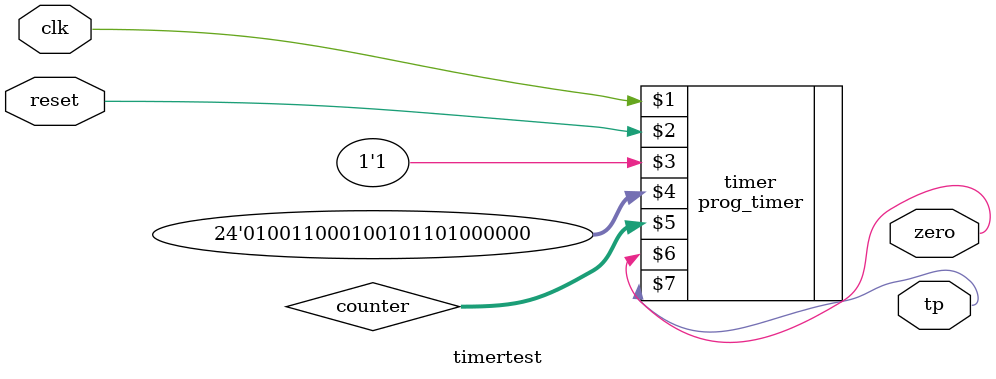
<source format=v>
`timescale 1ns / 1ps
module timertest(clk, reset, zero, tp);
	input clk, reset;
  output zero, tp; 
  
  wire [23:0] counter;
  prog_timer timer(clk, reset, 1'b1, 24'd5000000, counter, zero, tp);

endmodule

</source>
